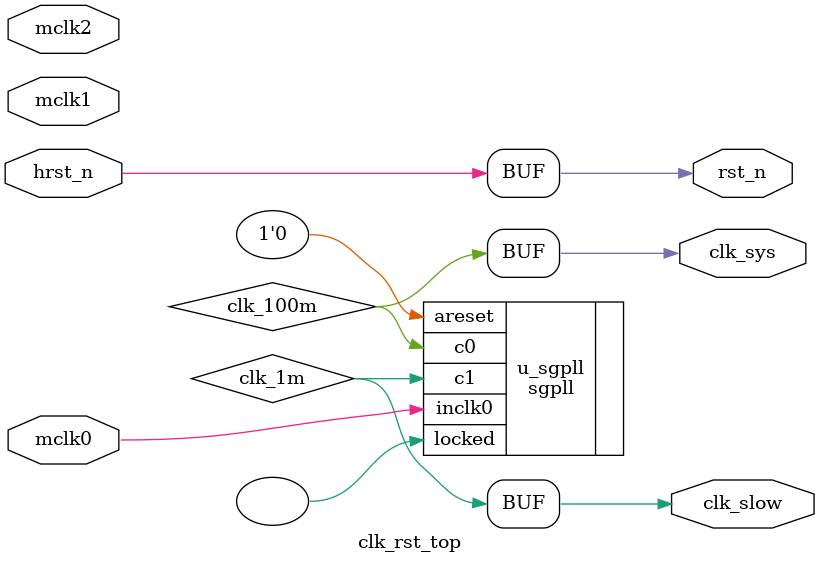
<source format=v>


module clk_rst_top(
hrst_n,
mclk0,
mclk1,
mclk2,
clk_sys,
clk_slow,
rst_n
);
input hrst_n;
input mclk0;
input mclk1;
input mclk2;
output clk_sys;
output clk_slow;
output rst_n;
//---------------------------------
//---------------------------------

wire rst_n;
assign rst_n = hrst_n;

wire clk_100m;
wire clk_1m;
`ifndef SIM
sgpll u_sgpll(
.areset(1'b0),
.inclk0(mclk0),
.c0(clk_100m),
.c1(clk_1m),
.locked()
);
`else
assign clk_100m = mclk1;
assign clk_1m = mclk2;
`endif

wire clk_sys;
assign clk_sys = clk_100m;
wire clk_slow;
assign clk_slow = clk_1m;


endmodule

</source>
